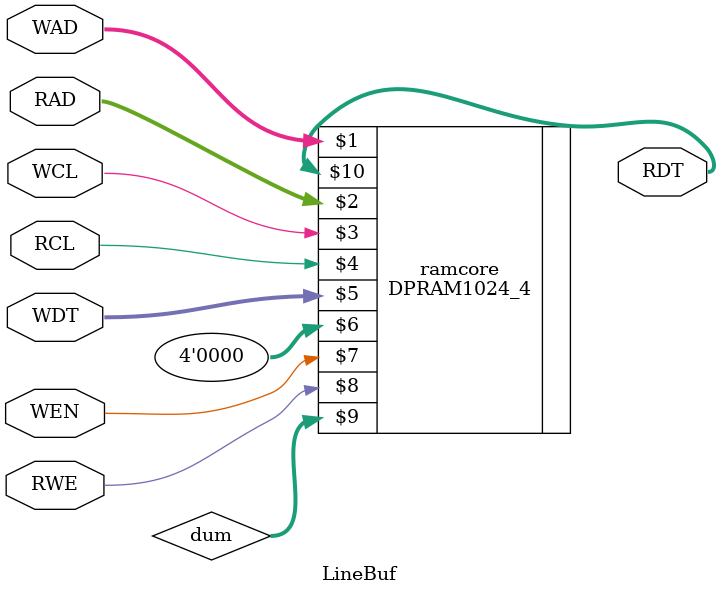
<source format=v>

module VRAM4096
(
	input					cl,
	input	 [11:0]		ad,
	input					en,
	input					wr,
	input   [7:0]		id,
	output reg [7:0]	od,

	input					clv,
	input  [11:0]		adv,
	output reg [7:0]	odv
);

reg [7:0] core [0:4095];

always @( posedge cl ) begin
	if (en) begin
		if (wr) core[ad] <= id;
		else od <= core[ad];
	end
end

always @( posedge clv ) begin
	odv <= core[adv];
end

endmodule

module VRAM2048
(
	input					cl,
	input	 [10:0]		ad,
	input					en,
	input					wr,
	input   [7:0]		id,
	output reg [7:0]	od,

	input					clv,
	input  [10:0]		adv,
	output reg [7:0]	odv
);

reg [7:0] core [0:2047];

always @( posedge cl ) begin
	if (en) begin
		if (wr) core[ad] <= id;
		else od <= core[ad];
	end
end

always @( posedge clv ) begin
	odv <= core[adv];
end

endmodule

module VRAM32
(
	input					cl,
	input	  [4:0]		ad,
	input					en,
	input					wr,
	input   [7:0]		id,
	output reg [7:0]	od,

	input					clv,
	input   [4:0]		adv,
	output reg [7:0]	odv
);

reg [7:0] core [0:31];

always @( posedge cl ) begin
	if (en) begin
		if (wr) core[ad] <= id;
		else od <= core[ad];
	end
end

always @( posedge clv ) begin
	odv <= core[adv];
end

endmodule


module LineBuf
(
	input				WCL,
	input				WEN,
	input	 [9:0]	WAD,
	input  [3:0]	WDT,

	input				RCL,
	input				RWE,
	input  [9:0]	RAD,
	output [3:0]	RDT
);

wire [3:0] dum;

DPRAM1024_4 ramcore
(
	WAD, RAD,
	WCL, RCL,
	WDT, 4'h0,
	WEN, RWE,
	dum, RDT
);

endmodule


</source>
